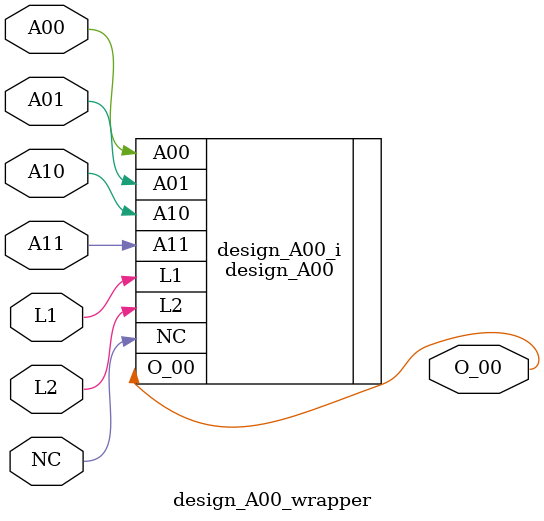
<source format=v>
`timescale 1 ps / 1 ps

module design_A00_wrapper
   (A00,
    A01,
    A10,
    A11,
    L1,
    L2,
    NC,
    O_00);
  input A00;
  input A01;
  input A10;
  input A11;
  input L1;
  input L2;
  input NC;
  output O_00;

  wire A00;
  wire A01;
  wire A10;
  wire A11;
  wire L1;
  wire L2;
  wire NC;
  wire O_00;

  design_A00 design_A00_i
       (.A00(A00),
        .A01(A01),
        .A10(A10),
        .A11(A11),
        .L1(L1),
        .L2(L2),
        .NC(NC),
        .O_00(O_00));
endmodule

</source>
